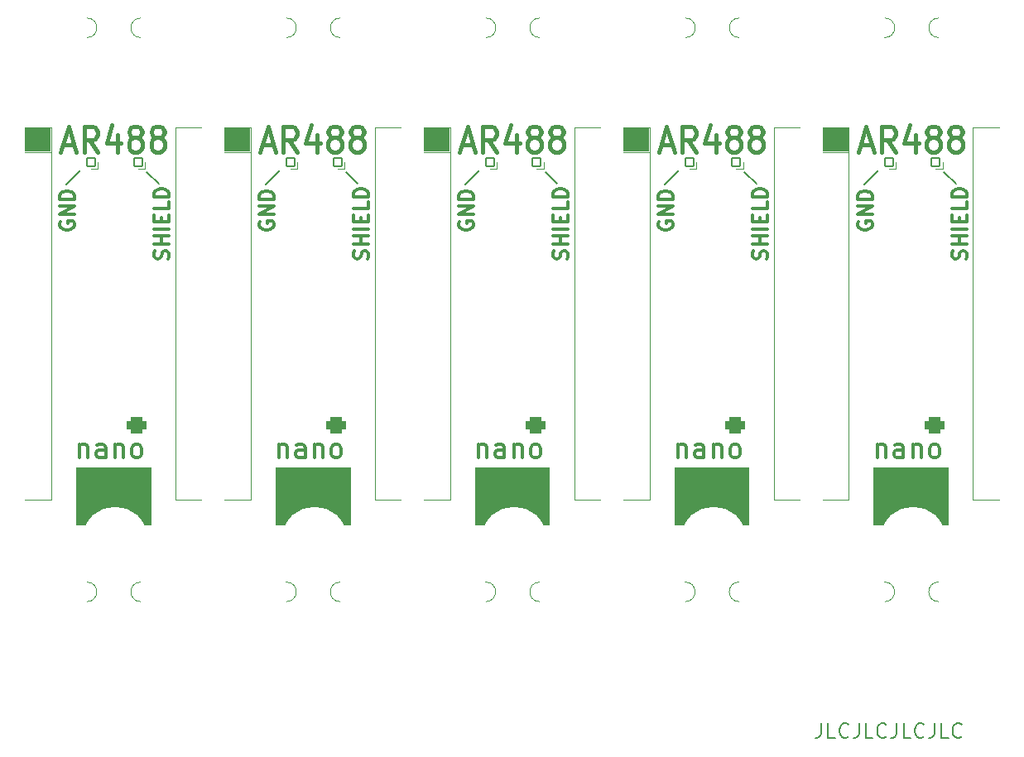
<source format=gto>
G04 #@! TF.GenerationSoftware,KiCad,Pcbnew,6.0.1-79c1e3a40b~116~ubuntu20.04.1*
G04 #@! TF.CreationDate,2022-01-18T16:31:28+01:00*
G04 #@! TF.ProjectId,5xNano_GPIB,35784e61-6e6f-45f4-9750-49422e6b6963,rev?*
G04 #@! TF.SameCoordinates,Original*
G04 #@! TF.FileFunction,Legend,Top*
G04 #@! TF.FilePolarity,Positive*
%FSLAX46Y46*%
G04 Gerber Fmt 4.6, Leading zero omitted, Abs format (unit mm)*
G04 Created by KiCad (PCBNEW 6.0.1-79c1e3a40b~116~ubuntu20.04.1) date 2022-01-18 16:31:28*
%MOMM*%
%LPD*%
G01*
G04 APERTURE LIST*
G04 Aperture macros list*
%AMRoundRect*
0 Rectangle with rounded corners*
0 $1 Rounding radius*
0 $2 $3 $4 $5 $6 $7 $8 $9 X,Y pos of 4 corners*
0 Add a 4 corners polygon primitive as box body*
4,1,4,$2,$3,$4,$5,$6,$7,$8,$9,$2,$3,0*
0 Add four circle primitives for the rounded corners*
1,1,$1+$1,$2,$3*
1,1,$1+$1,$4,$5*
1,1,$1+$1,$6,$7*
1,1,$1+$1,$8,$9*
0 Add four rect primitives between the rounded corners*
20,1,$1+$1,$2,$3,$4,$5,0*
20,1,$1+$1,$4,$5,$6,$7,0*
20,1,$1+$1,$6,$7,$8,$9,0*
20,1,$1+$1,$8,$9,$2,$3,0*%
G04 Aperture macros list end*
%ADD10C,0.150000*%
%ADD11C,0.200000*%
%ADD12C,0.300000*%
%ADD13C,0.400000*%
%ADD14C,0.120000*%
%ADD15C,0.100000*%
%ADD16C,0.602000*%
%ADD17RoundRect,0.051000X0.425000X0.425000X-0.425000X0.425000X-0.425000X-0.425000X0.425000X-0.425000X0*%
%ADD18RoundRect,0.451000X0.600000X-0.400000X0.600000X0.400000X-0.600000X0.400000X-0.600000X-0.400000X0*%
%ADD19O,2.102000X1.702000*%
%ADD20C,6.502000*%
%ADD21C,0.902000*%
G04 APERTURE END LIST*
D10*
X137505439Y-88149447D02*
X138925439Y-86729447D01*
D11*
X98125439Y-86729447D02*
X96705439Y-88149447D01*
X77725439Y-86729447D02*
X76305439Y-88149447D01*
D10*
X96705439Y-88149447D02*
X98125439Y-86729447D01*
X117105439Y-88149447D02*
X118525439Y-86729447D01*
D11*
X125265439Y-86849447D02*
X126525439Y-88059447D01*
D10*
X76305439Y-88149447D02*
X77725439Y-86729447D01*
D11*
X159325439Y-86729447D02*
X157905439Y-88149447D01*
X104865439Y-86849447D02*
X106125439Y-88059447D01*
X138925439Y-86729447D02*
X137505439Y-88149447D01*
X166065439Y-86849447D02*
X167325439Y-88059447D01*
D10*
X157905439Y-88149447D02*
X159325439Y-86729447D01*
D11*
X84465439Y-86849447D02*
X85725439Y-88059447D01*
X145665439Y-86849447D02*
X146925439Y-88059447D01*
X118525439Y-86729447D02*
X117105439Y-88149447D01*
D12*
X77644142Y-114758428D02*
X77644142Y-116091761D01*
X77644142Y-114948904D02*
X77739380Y-114853666D01*
X77929857Y-114758428D01*
X78215571Y-114758428D01*
X78406047Y-114853666D01*
X78501285Y-115044142D01*
X78501285Y-116091761D01*
X80310809Y-116091761D02*
X80310809Y-115044142D01*
X80215571Y-114853666D01*
X80025095Y-114758428D01*
X79644142Y-114758428D01*
X79453666Y-114853666D01*
X80310809Y-115996523D02*
X80120333Y-116091761D01*
X79644142Y-116091761D01*
X79453666Y-115996523D01*
X79358428Y-115806047D01*
X79358428Y-115615571D01*
X79453666Y-115425095D01*
X79644142Y-115329857D01*
X80120333Y-115329857D01*
X80310809Y-115234619D01*
X81263190Y-114758428D02*
X81263190Y-116091761D01*
X81263190Y-114948904D02*
X81358428Y-114853666D01*
X81548904Y-114758428D01*
X81834619Y-114758428D01*
X82025095Y-114853666D01*
X82120333Y-115044142D01*
X82120333Y-116091761D01*
X83358428Y-116091761D02*
X83167952Y-115996523D01*
X83072714Y-115901285D01*
X82977476Y-115710809D01*
X82977476Y-115139380D01*
X83072714Y-114948904D01*
X83167952Y-114853666D01*
X83358428Y-114758428D01*
X83644142Y-114758428D01*
X83834619Y-114853666D01*
X83929857Y-114948904D01*
X84025095Y-115139380D01*
X84025095Y-115710809D01*
X83929857Y-115901285D01*
X83834619Y-115996523D01*
X83644142Y-116091761D01*
X83358428Y-116091761D01*
X159244142Y-114758428D02*
X159244142Y-116091761D01*
X159244142Y-114948904D02*
X159339380Y-114853666D01*
X159529857Y-114758428D01*
X159815571Y-114758428D01*
X160006047Y-114853666D01*
X160101285Y-115044142D01*
X160101285Y-116091761D01*
X161910809Y-116091761D02*
X161910809Y-115044142D01*
X161815571Y-114853666D01*
X161625095Y-114758428D01*
X161244142Y-114758428D01*
X161053666Y-114853666D01*
X161910809Y-115996523D02*
X161720333Y-116091761D01*
X161244142Y-116091761D01*
X161053666Y-115996523D01*
X160958428Y-115806047D01*
X160958428Y-115615571D01*
X161053666Y-115425095D01*
X161244142Y-115329857D01*
X161720333Y-115329857D01*
X161910809Y-115234619D01*
X162863190Y-114758428D02*
X162863190Y-116091761D01*
X162863190Y-114948904D02*
X162958428Y-114853666D01*
X163148904Y-114758428D01*
X163434619Y-114758428D01*
X163625095Y-114853666D01*
X163720333Y-115044142D01*
X163720333Y-116091761D01*
X164958428Y-116091761D02*
X164767952Y-115996523D01*
X164672714Y-115901285D01*
X164577476Y-115710809D01*
X164577476Y-115139380D01*
X164672714Y-114948904D01*
X164767952Y-114853666D01*
X164958428Y-114758428D01*
X165244142Y-114758428D01*
X165434619Y-114853666D01*
X165529857Y-114948904D01*
X165625095Y-115139380D01*
X165625095Y-115710809D01*
X165529857Y-115901285D01*
X165434619Y-115996523D01*
X165244142Y-116091761D01*
X164958428Y-116091761D01*
X157295439Y-91942304D02*
X157224010Y-92085161D01*
X157224010Y-92299447D01*
X157295439Y-92513732D01*
X157438296Y-92656589D01*
X157581153Y-92728018D01*
X157866867Y-92799447D01*
X158081153Y-92799447D01*
X158366867Y-92728018D01*
X158509724Y-92656589D01*
X158652581Y-92513732D01*
X158724010Y-92299447D01*
X158724010Y-92156589D01*
X158652581Y-91942304D01*
X158581153Y-91870875D01*
X158081153Y-91870875D01*
X158081153Y-92156589D01*
X158724010Y-91228018D02*
X157224010Y-91228018D01*
X158724010Y-90370875D01*
X157224010Y-90370875D01*
X158724010Y-89656589D02*
X157224010Y-89656589D01*
X157224010Y-89299447D01*
X157295439Y-89085161D01*
X157438296Y-88942304D01*
X157581153Y-88870875D01*
X157866867Y-88799447D01*
X158081153Y-88799447D01*
X158366867Y-88870875D01*
X158509724Y-88942304D01*
X158652581Y-89085161D01*
X158724010Y-89299447D01*
X158724010Y-89656589D01*
D11*
X153501428Y-143288571D02*
X153501428Y-144360000D01*
X153430000Y-144574285D01*
X153287142Y-144717142D01*
X153072857Y-144788571D01*
X152930000Y-144788571D01*
X154930000Y-144788571D02*
X154215714Y-144788571D01*
X154215714Y-143288571D01*
X156287142Y-144645714D02*
X156215714Y-144717142D01*
X156001428Y-144788571D01*
X155858571Y-144788571D01*
X155644285Y-144717142D01*
X155501428Y-144574285D01*
X155430000Y-144431428D01*
X155358571Y-144145714D01*
X155358571Y-143931428D01*
X155430000Y-143645714D01*
X155501428Y-143502857D01*
X155644285Y-143360000D01*
X155858571Y-143288571D01*
X156001428Y-143288571D01*
X156215714Y-143360000D01*
X156287142Y-143431428D01*
X157358571Y-143288571D02*
X157358571Y-144360000D01*
X157287142Y-144574285D01*
X157144285Y-144717142D01*
X156930000Y-144788571D01*
X156787142Y-144788571D01*
X158787142Y-144788571D02*
X158072857Y-144788571D01*
X158072857Y-143288571D01*
X160144285Y-144645714D02*
X160072857Y-144717142D01*
X159858571Y-144788571D01*
X159715714Y-144788571D01*
X159501428Y-144717142D01*
X159358571Y-144574285D01*
X159287142Y-144431428D01*
X159215714Y-144145714D01*
X159215714Y-143931428D01*
X159287142Y-143645714D01*
X159358571Y-143502857D01*
X159501428Y-143360000D01*
X159715714Y-143288571D01*
X159858571Y-143288571D01*
X160072857Y-143360000D01*
X160144285Y-143431428D01*
X161215714Y-143288571D02*
X161215714Y-144360000D01*
X161144285Y-144574285D01*
X161001428Y-144717142D01*
X160787142Y-144788571D01*
X160644285Y-144788571D01*
X162644285Y-144788571D02*
X161930000Y-144788571D01*
X161930000Y-143288571D01*
X164001428Y-144645714D02*
X163930000Y-144717142D01*
X163715714Y-144788571D01*
X163572857Y-144788571D01*
X163358571Y-144717142D01*
X163215714Y-144574285D01*
X163144285Y-144431428D01*
X163072857Y-144145714D01*
X163072857Y-143931428D01*
X163144285Y-143645714D01*
X163215714Y-143502857D01*
X163358571Y-143360000D01*
X163572857Y-143288571D01*
X163715714Y-143288571D01*
X163930000Y-143360000D01*
X164001428Y-143431428D01*
X165072857Y-143288571D02*
X165072857Y-144360000D01*
X165001428Y-144574285D01*
X164858571Y-144717142D01*
X164644285Y-144788571D01*
X164501428Y-144788571D01*
X166501428Y-144788571D02*
X165787142Y-144788571D01*
X165787142Y-143288571D01*
X167858571Y-144645714D02*
X167787142Y-144717142D01*
X167572857Y-144788571D01*
X167430000Y-144788571D01*
X167215714Y-144717142D01*
X167072857Y-144574285D01*
X167001428Y-144431428D01*
X166930000Y-144145714D01*
X166930000Y-143931428D01*
X167001428Y-143645714D01*
X167072857Y-143502857D01*
X167215714Y-143360000D01*
X167430000Y-143288571D01*
X167572857Y-143288571D01*
X167787142Y-143360000D01*
X167858571Y-143431428D01*
D13*
X96335439Y-84072780D02*
X97478296Y-84072780D01*
X96106867Y-84815637D02*
X96906867Y-82215637D01*
X97706867Y-84815637D01*
X99878296Y-84815637D02*
X99078296Y-83577542D01*
X98506867Y-84815637D02*
X98506867Y-82215637D01*
X99421153Y-82215637D01*
X99649724Y-82339447D01*
X99764010Y-82463256D01*
X99878296Y-82710875D01*
X99878296Y-83082304D01*
X99764010Y-83329923D01*
X99649724Y-83453732D01*
X99421153Y-83577542D01*
X98506867Y-83577542D01*
X101935439Y-83082304D02*
X101935439Y-84815637D01*
X101364010Y-82091827D02*
X100792581Y-83948970D01*
X102278296Y-83948970D01*
X103535439Y-83329923D02*
X103306867Y-83206113D01*
X103192581Y-83082304D01*
X103078296Y-82834685D01*
X103078296Y-82710875D01*
X103192581Y-82463256D01*
X103306867Y-82339447D01*
X103535439Y-82215637D01*
X103992581Y-82215637D01*
X104221153Y-82339447D01*
X104335439Y-82463256D01*
X104449724Y-82710875D01*
X104449724Y-82834685D01*
X104335439Y-83082304D01*
X104221153Y-83206113D01*
X103992581Y-83329923D01*
X103535439Y-83329923D01*
X103306867Y-83453732D01*
X103192581Y-83577542D01*
X103078296Y-83825161D01*
X103078296Y-84320399D01*
X103192581Y-84568018D01*
X103306867Y-84691827D01*
X103535439Y-84815637D01*
X103992581Y-84815637D01*
X104221153Y-84691827D01*
X104335439Y-84568018D01*
X104449724Y-84320399D01*
X104449724Y-83825161D01*
X104335439Y-83577542D01*
X104221153Y-83453732D01*
X103992581Y-83329923D01*
X105821153Y-83329923D02*
X105592581Y-83206113D01*
X105478296Y-83082304D01*
X105364010Y-82834685D01*
X105364010Y-82710875D01*
X105478296Y-82463256D01*
X105592581Y-82339447D01*
X105821153Y-82215637D01*
X106278296Y-82215637D01*
X106506867Y-82339447D01*
X106621153Y-82463256D01*
X106735439Y-82710875D01*
X106735439Y-82834685D01*
X106621153Y-83082304D01*
X106506867Y-83206113D01*
X106278296Y-83329923D01*
X105821153Y-83329923D01*
X105592581Y-83453732D01*
X105478296Y-83577542D01*
X105364010Y-83825161D01*
X105364010Y-84320399D01*
X105478296Y-84568018D01*
X105592581Y-84691827D01*
X105821153Y-84815637D01*
X106278296Y-84815637D01*
X106506867Y-84691827D01*
X106621153Y-84568018D01*
X106735439Y-84320399D01*
X106735439Y-83825161D01*
X106621153Y-83577542D01*
X106506867Y-83453732D01*
X106278296Y-83329923D01*
D12*
X96095439Y-91942304D02*
X96024010Y-92085161D01*
X96024010Y-92299447D01*
X96095439Y-92513732D01*
X96238296Y-92656589D01*
X96381153Y-92728018D01*
X96666867Y-92799447D01*
X96881153Y-92799447D01*
X97166867Y-92728018D01*
X97309724Y-92656589D01*
X97452581Y-92513732D01*
X97524010Y-92299447D01*
X97524010Y-92156589D01*
X97452581Y-91942304D01*
X97381153Y-91870875D01*
X96881153Y-91870875D01*
X96881153Y-92156589D01*
X97524010Y-91228018D02*
X96024010Y-91228018D01*
X97524010Y-90370875D01*
X96024010Y-90370875D01*
X97524010Y-89656589D02*
X96024010Y-89656589D01*
X96024010Y-89299447D01*
X96095439Y-89085161D01*
X96238296Y-88942304D01*
X96381153Y-88870875D01*
X96666867Y-88799447D01*
X96881153Y-88799447D01*
X97166867Y-88870875D01*
X97309724Y-88942304D01*
X97452581Y-89085161D01*
X97524010Y-89299447D01*
X97524010Y-89656589D01*
X168312581Y-95776589D02*
X168384010Y-95562304D01*
X168384010Y-95205161D01*
X168312581Y-95062304D01*
X168241153Y-94990875D01*
X168098296Y-94919447D01*
X167955439Y-94919447D01*
X167812581Y-94990875D01*
X167741153Y-95062304D01*
X167669724Y-95205161D01*
X167598296Y-95490875D01*
X167526867Y-95633732D01*
X167455439Y-95705161D01*
X167312581Y-95776589D01*
X167169724Y-95776589D01*
X167026867Y-95705161D01*
X166955439Y-95633732D01*
X166884010Y-95490875D01*
X166884010Y-95133732D01*
X166955439Y-94919447D01*
X168384010Y-94276589D02*
X166884010Y-94276589D01*
X167598296Y-94276589D02*
X167598296Y-93419447D01*
X168384010Y-93419447D02*
X166884010Y-93419447D01*
X168384010Y-92705161D02*
X166884010Y-92705161D01*
X167598296Y-91990875D02*
X167598296Y-91490875D01*
X168384010Y-91276589D02*
X168384010Y-91990875D01*
X166884010Y-91990875D01*
X166884010Y-91276589D01*
X168384010Y-89919447D02*
X168384010Y-90633732D01*
X166884010Y-90633732D01*
X168384010Y-89419447D02*
X166884010Y-89419447D01*
X166884010Y-89062304D01*
X166955439Y-88848018D01*
X167098296Y-88705161D01*
X167241153Y-88633732D01*
X167526867Y-88562304D01*
X167741153Y-88562304D01*
X168026867Y-88633732D01*
X168169724Y-88705161D01*
X168312581Y-88848018D01*
X168384010Y-89062304D01*
X168384010Y-89419447D01*
D13*
X137135439Y-84072780D02*
X138278296Y-84072780D01*
X136906867Y-84815637D02*
X137706867Y-82215637D01*
X138506867Y-84815637D01*
X140678296Y-84815637D02*
X139878296Y-83577542D01*
X139306867Y-84815637D02*
X139306867Y-82215637D01*
X140221153Y-82215637D01*
X140449724Y-82339447D01*
X140564010Y-82463256D01*
X140678296Y-82710875D01*
X140678296Y-83082304D01*
X140564010Y-83329923D01*
X140449724Y-83453732D01*
X140221153Y-83577542D01*
X139306867Y-83577542D01*
X142735439Y-83082304D02*
X142735439Y-84815637D01*
X142164010Y-82091827D02*
X141592581Y-83948970D01*
X143078296Y-83948970D01*
X144335439Y-83329923D02*
X144106867Y-83206113D01*
X143992581Y-83082304D01*
X143878296Y-82834685D01*
X143878296Y-82710875D01*
X143992581Y-82463256D01*
X144106867Y-82339447D01*
X144335439Y-82215637D01*
X144792581Y-82215637D01*
X145021153Y-82339447D01*
X145135439Y-82463256D01*
X145249724Y-82710875D01*
X145249724Y-82834685D01*
X145135439Y-83082304D01*
X145021153Y-83206113D01*
X144792581Y-83329923D01*
X144335439Y-83329923D01*
X144106867Y-83453732D01*
X143992581Y-83577542D01*
X143878296Y-83825161D01*
X143878296Y-84320399D01*
X143992581Y-84568018D01*
X144106867Y-84691827D01*
X144335439Y-84815637D01*
X144792581Y-84815637D01*
X145021153Y-84691827D01*
X145135439Y-84568018D01*
X145249724Y-84320399D01*
X145249724Y-83825161D01*
X145135439Y-83577542D01*
X145021153Y-83453732D01*
X144792581Y-83329923D01*
X146621153Y-83329923D02*
X146392581Y-83206113D01*
X146278296Y-83082304D01*
X146164010Y-82834685D01*
X146164010Y-82710875D01*
X146278296Y-82463256D01*
X146392581Y-82339447D01*
X146621153Y-82215637D01*
X147078296Y-82215637D01*
X147306867Y-82339447D01*
X147421153Y-82463256D01*
X147535439Y-82710875D01*
X147535439Y-82834685D01*
X147421153Y-83082304D01*
X147306867Y-83206113D01*
X147078296Y-83329923D01*
X146621153Y-83329923D01*
X146392581Y-83453732D01*
X146278296Y-83577542D01*
X146164010Y-83825161D01*
X146164010Y-84320399D01*
X146278296Y-84568018D01*
X146392581Y-84691827D01*
X146621153Y-84815637D01*
X147078296Y-84815637D01*
X147306867Y-84691827D01*
X147421153Y-84568018D01*
X147535439Y-84320399D01*
X147535439Y-83825161D01*
X147421153Y-83577542D01*
X147306867Y-83453732D01*
X147078296Y-83329923D01*
D12*
X147912581Y-95776589D02*
X147984010Y-95562304D01*
X147984010Y-95205161D01*
X147912581Y-95062304D01*
X147841153Y-94990875D01*
X147698296Y-94919447D01*
X147555439Y-94919447D01*
X147412581Y-94990875D01*
X147341153Y-95062304D01*
X147269724Y-95205161D01*
X147198296Y-95490875D01*
X147126867Y-95633732D01*
X147055439Y-95705161D01*
X146912581Y-95776589D01*
X146769724Y-95776589D01*
X146626867Y-95705161D01*
X146555439Y-95633732D01*
X146484010Y-95490875D01*
X146484010Y-95133732D01*
X146555439Y-94919447D01*
X147984010Y-94276589D02*
X146484010Y-94276589D01*
X147198296Y-94276589D02*
X147198296Y-93419447D01*
X147984010Y-93419447D02*
X146484010Y-93419447D01*
X147984010Y-92705161D02*
X146484010Y-92705161D01*
X147198296Y-91990875D02*
X147198296Y-91490875D01*
X147984010Y-91276589D02*
X147984010Y-91990875D01*
X146484010Y-91990875D01*
X146484010Y-91276589D01*
X147984010Y-89919447D02*
X147984010Y-90633732D01*
X146484010Y-90633732D01*
X147984010Y-89419447D02*
X146484010Y-89419447D01*
X146484010Y-89062304D01*
X146555439Y-88848018D01*
X146698296Y-88705161D01*
X146841153Y-88633732D01*
X147126867Y-88562304D01*
X147341153Y-88562304D01*
X147626867Y-88633732D01*
X147769724Y-88705161D01*
X147912581Y-88848018D01*
X147984010Y-89062304D01*
X147984010Y-89419447D01*
D13*
X116735439Y-84072780D02*
X117878296Y-84072780D01*
X116506867Y-84815637D02*
X117306867Y-82215637D01*
X118106867Y-84815637D01*
X120278296Y-84815637D02*
X119478296Y-83577542D01*
X118906867Y-84815637D02*
X118906867Y-82215637D01*
X119821153Y-82215637D01*
X120049724Y-82339447D01*
X120164010Y-82463256D01*
X120278296Y-82710875D01*
X120278296Y-83082304D01*
X120164010Y-83329923D01*
X120049724Y-83453732D01*
X119821153Y-83577542D01*
X118906867Y-83577542D01*
X122335439Y-83082304D02*
X122335439Y-84815637D01*
X121764010Y-82091827D02*
X121192581Y-83948970D01*
X122678296Y-83948970D01*
X123935439Y-83329923D02*
X123706867Y-83206113D01*
X123592581Y-83082304D01*
X123478296Y-82834685D01*
X123478296Y-82710875D01*
X123592581Y-82463256D01*
X123706867Y-82339447D01*
X123935439Y-82215637D01*
X124392581Y-82215637D01*
X124621153Y-82339447D01*
X124735439Y-82463256D01*
X124849724Y-82710875D01*
X124849724Y-82834685D01*
X124735439Y-83082304D01*
X124621153Y-83206113D01*
X124392581Y-83329923D01*
X123935439Y-83329923D01*
X123706867Y-83453732D01*
X123592581Y-83577542D01*
X123478296Y-83825161D01*
X123478296Y-84320399D01*
X123592581Y-84568018D01*
X123706867Y-84691827D01*
X123935439Y-84815637D01*
X124392581Y-84815637D01*
X124621153Y-84691827D01*
X124735439Y-84568018D01*
X124849724Y-84320399D01*
X124849724Y-83825161D01*
X124735439Y-83577542D01*
X124621153Y-83453732D01*
X124392581Y-83329923D01*
X126221153Y-83329923D02*
X125992581Y-83206113D01*
X125878296Y-83082304D01*
X125764010Y-82834685D01*
X125764010Y-82710875D01*
X125878296Y-82463256D01*
X125992581Y-82339447D01*
X126221153Y-82215637D01*
X126678296Y-82215637D01*
X126906867Y-82339447D01*
X127021153Y-82463256D01*
X127135439Y-82710875D01*
X127135439Y-82834685D01*
X127021153Y-83082304D01*
X126906867Y-83206113D01*
X126678296Y-83329923D01*
X126221153Y-83329923D01*
X125992581Y-83453732D01*
X125878296Y-83577542D01*
X125764010Y-83825161D01*
X125764010Y-84320399D01*
X125878296Y-84568018D01*
X125992581Y-84691827D01*
X126221153Y-84815637D01*
X126678296Y-84815637D01*
X126906867Y-84691827D01*
X127021153Y-84568018D01*
X127135439Y-84320399D01*
X127135439Y-83825161D01*
X127021153Y-83577542D01*
X126906867Y-83453732D01*
X126678296Y-83329923D01*
D12*
X116495439Y-91942304D02*
X116424010Y-92085161D01*
X116424010Y-92299447D01*
X116495439Y-92513732D01*
X116638296Y-92656589D01*
X116781153Y-92728018D01*
X117066867Y-92799447D01*
X117281153Y-92799447D01*
X117566867Y-92728018D01*
X117709724Y-92656589D01*
X117852581Y-92513732D01*
X117924010Y-92299447D01*
X117924010Y-92156589D01*
X117852581Y-91942304D01*
X117781153Y-91870875D01*
X117281153Y-91870875D01*
X117281153Y-92156589D01*
X117924010Y-91228018D02*
X116424010Y-91228018D01*
X117924010Y-90370875D01*
X116424010Y-90370875D01*
X117924010Y-89656589D02*
X116424010Y-89656589D01*
X116424010Y-89299447D01*
X116495439Y-89085161D01*
X116638296Y-88942304D01*
X116781153Y-88870875D01*
X117066867Y-88799447D01*
X117281153Y-88799447D01*
X117566867Y-88870875D01*
X117709724Y-88942304D01*
X117852581Y-89085161D01*
X117924010Y-89299447D01*
X117924010Y-89656589D01*
X138844142Y-114758428D02*
X138844142Y-116091761D01*
X138844142Y-114948904D02*
X138939380Y-114853666D01*
X139129857Y-114758428D01*
X139415571Y-114758428D01*
X139606047Y-114853666D01*
X139701285Y-115044142D01*
X139701285Y-116091761D01*
X141510809Y-116091761D02*
X141510809Y-115044142D01*
X141415571Y-114853666D01*
X141225095Y-114758428D01*
X140844142Y-114758428D01*
X140653666Y-114853666D01*
X141510809Y-115996523D02*
X141320333Y-116091761D01*
X140844142Y-116091761D01*
X140653666Y-115996523D01*
X140558428Y-115806047D01*
X140558428Y-115615571D01*
X140653666Y-115425095D01*
X140844142Y-115329857D01*
X141320333Y-115329857D01*
X141510809Y-115234619D01*
X142463190Y-114758428D02*
X142463190Y-116091761D01*
X142463190Y-114948904D02*
X142558428Y-114853666D01*
X142748904Y-114758428D01*
X143034619Y-114758428D01*
X143225095Y-114853666D01*
X143320333Y-115044142D01*
X143320333Y-116091761D01*
X144558428Y-116091761D02*
X144367952Y-115996523D01*
X144272714Y-115901285D01*
X144177476Y-115710809D01*
X144177476Y-115139380D01*
X144272714Y-114948904D01*
X144367952Y-114853666D01*
X144558428Y-114758428D01*
X144844142Y-114758428D01*
X145034619Y-114853666D01*
X145129857Y-114948904D01*
X145225095Y-115139380D01*
X145225095Y-115710809D01*
X145129857Y-115901285D01*
X145034619Y-115996523D01*
X144844142Y-116091761D01*
X144558428Y-116091761D01*
X107112581Y-95776589D02*
X107184010Y-95562304D01*
X107184010Y-95205161D01*
X107112581Y-95062304D01*
X107041153Y-94990875D01*
X106898296Y-94919447D01*
X106755439Y-94919447D01*
X106612581Y-94990875D01*
X106541153Y-95062304D01*
X106469724Y-95205161D01*
X106398296Y-95490875D01*
X106326867Y-95633732D01*
X106255439Y-95705161D01*
X106112581Y-95776589D01*
X105969724Y-95776589D01*
X105826867Y-95705161D01*
X105755439Y-95633732D01*
X105684010Y-95490875D01*
X105684010Y-95133732D01*
X105755439Y-94919447D01*
X107184010Y-94276589D02*
X105684010Y-94276589D01*
X106398296Y-94276589D02*
X106398296Y-93419447D01*
X107184010Y-93419447D02*
X105684010Y-93419447D01*
X107184010Y-92705161D02*
X105684010Y-92705161D01*
X106398296Y-91990875D02*
X106398296Y-91490875D01*
X107184010Y-91276589D02*
X107184010Y-91990875D01*
X105684010Y-91990875D01*
X105684010Y-91276589D01*
X107184010Y-89919447D02*
X107184010Y-90633732D01*
X105684010Y-90633732D01*
X107184010Y-89419447D02*
X105684010Y-89419447D01*
X105684010Y-89062304D01*
X105755439Y-88848018D01*
X105898296Y-88705161D01*
X106041153Y-88633732D01*
X106326867Y-88562304D01*
X106541153Y-88562304D01*
X106826867Y-88633732D01*
X106969724Y-88705161D01*
X107112581Y-88848018D01*
X107184010Y-89062304D01*
X107184010Y-89419447D01*
X136895439Y-91942304D02*
X136824010Y-92085161D01*
X136824010Y-92299447D01*
X136895439Y-92513732D01*
X137038296Y-92656589D01*
X137181153Y-92728018D01*
X137466867Y-92799447D01*
X137681153Y-92799447D01*
X137966867Y-92728018D01*
X138109724Y-92656589D01*
X138252581Y-92513732D01*
X138324010Y-92299447D01*
X138324010Y-92156589D01*
X138252581Y-91942304D01*
X138181153Y-91870875D01*
X137681153Y-91870875D01*
X137681153Y-92156589D01*
X138324010Y-91228018D02*
X136824010Y-91228018D01*
X138324010Y-90370875D01*
X136824010Y-90370875D01*
X138324010Y-89656589D02*
X136824010Y-89656589D01*
X136824010Y-89299447D01*
X136895439Y-89085161D01*
X137038296Y-88942304D01*
X137181153Y-88870875D01*
X137466867Y-88799447D01*
X137681153Y-88799447D01*
X137966867Y-88870875D01*
X138109724Y-88942304D01*
X138252581Y-89085161D01*
X138324010Y-89299447D01*
X138324010Y-89656589D01*
D13*
X75935439Y-84072780D02*
X77078296Y-84072780D01*
X75706867Y-84815637D02*
X76506867Y-82215637D01*
X77306867Y-84815637D01*
X79478296Y-84815637D02*
X78678296Y-83577542D01*
X78106867Y-84815637D02*
X78106867Y-82215637D01*
X79021153Y-82215637D01*
X79249724Y-82339447D01*
X79364010Y-82463256D01*
X79478296Y-82710875D01*
X79478296Y-83082304D01*
X79364010Y-83329923D01*
X79249724Y-83453732D01*
X79021153Y-83577542D01*
X78106867Y-83577542D01*
X81535439Y-83082304D02*
X81535439Y-84815637D01*
X80964010Y-82091827D02*
X80392581Y-83948970D01*
X81878296Y-83948970D01*
X83135439Y-83329923D02*
X82906867Y-83206113D01*
X82792581Y-83082304D01*
X82678296Y-82834685D01*
X82678296Y-82710875D01*
X82792581Y-82463256D01*
X82906867Y-82339447D01*
X83135439Y-82215637D01*
X83592581Y-82215637D01*
X83821153Y-82339447D01*
X83935439Y-82463256D01*
X84049724Y-82710875D01*
X84049724Y-82834685D01*
X83935439Y-83082304D01*
X83821153Y-83206113D01*
X83592581Y-83329923D01*
X83135439Y-83329923D01*
X82906867Y-83453732D01*
X82792581Y-83577542D01*
X82678296Y-83825161D01*
X82678296Y-84320399D01*
X82792581Y-84568018D01*
X82906867Y-84691827D01*
X83135439Y-84815637D01*
X83592581Y-84815637D01*
X83821153Y-84691827D01*
X83935439Y-84568018D01*
X84049724Y-84320399D01*
X84049724Y-83825161D01*
X83935439Y-83577542D01*
X83821153Y-83453732D01*
X83592581Y-83329923D01*
X85421153Y-83329923D02*
X85192581Y-83206113D01*
X85078296Y-83082304D01*
X84964010Y-82834685D01*
X84964010Y-82710875D01*
X85078296Y-82463256D01*
X85192581Y-82339447D01*
X85421153Y-82215637D01*
X85878296Y-82215637D01*
X86106867Y-82339447D01*
X86221153Y-82463256D01*
X86335439Y-82710875D01*
X86335439Y-82834685D01*
X86221153Y-83082304D01*
X86106867Y-83206113D01*
X85878296Y-83329923D01*
X85421153Y-83329923D01*
X85192581Y-83453732D01*
X85078296Y-83577542D01*
X84964010Y-83825161D01*
X84964010Y-84320399D01*
X85078296Y-84568018D01*
X85192581Y-84691827D01*
X85421153Y-84815637D01*
X85878296Y-84815637D01*
X86106867Y-84691827D01*
X86221153Y-84568018D01*
X86335439Y-84320399D01*
X86335439Y-83825161D01*
X86221153Y-83577542D01*
X86106867Y-83453732D01*
X85878296Y-83329923D01*
D12*
X86712581Y-95776589D02*
X86784010Y-95562304D01*
X86784010Y-95205161D01*
X86712581Y-95062304D01*
X86641153Y-94990875D01*
X86498296Y-94919447D01*
X86355439Y-94919447D01*
X86212581Y-94990875D01*
X86141153Y-95062304D01*
X86069724Y-95205161D01*
X85998296Y-95490875D01*
X85926867Y-95633732D01*
X85855439Y-95705161D01*
X85712581Y-95776589D01*
X85569724Y-95776589D01*
X85426867Y-95705161D01*
X85355439Y-95633732D01*
X85284010Y-95490875D01*
X85284010Y-95133732D01*
X85355439Y-94919447D01*
X86784010Y-94276589D02*
X85284010Y-94276589D01*
X85998296Y-94276589D02*
X85998296Y-93419447D01*
X86784010Y-93419447D02*
X85284010Y-93419447D01*
X86784010Y-92705161D02*
X85284010Y-92705161D01*
X85998296Y-91990875D02*
X85998296Y-91490875D01*
X86784010Y-91276589D02*
X86784010Y-91990875D01*
X85284010Y-91990875D01*
X85284010Y-91276589D01*
X86784010Y-89919447D02*
X86784010Y-90633732D01*
X85284010Y-90633732D01*
X86784010Y-89419447D02*
X85284010Y-89419447D01*
X85284010Y-89062304D01*
X85355439Y-88848018D01*
X85498296Y-88705161D01*
X85641153Y-88633732D01*
X85926867Y-88562304D01*
X86141153Y-88562304D01*
X86426867Y-88633732D01*
X86569724Y-88705161D01*
X86712581Y-88848018D01*
X86784010Y-89062304D01*
X86784010Y-89419447D01*
X98044142Y-114758428D02*
X98044142Y-116091761D01*
X98044142Y-114948904D02*
X98139380Y-114853666D01*
X98329857Y-114758428D01*
X98615571Y-114758428D01*
X98806047Y-114853666D01*
X98901285Y-115044142D01*
X98901285Y-116091761D01*
X100710809Y-116091761D02*
X100710809Y-115044142D01*
X100615571Y-114853666D01*
X100425095Y-114758428D01*
X100044142Y-114758428D01*
X99853666Y-114853666D01*
X100710809Y-115996523D02*
X100520333Y-116091761D01*
X100044142Y-116091761D01*
X99853666Y-115996523D01*
X99758428Y-115806047D01*
X99758428Y-115615571D01*
X99853666Y-115425095D01*
X100044142Y-115329857D01*
X100520333Y-115329857D01*
X100710809Y-115234619D01*
X101663190Y-114758428D02*
X101663190Y-116091761D01*
X101663190Y-114948904D02*
X101758428Y-114853666D01*
X101948904Y-114758428D01*
X102234619Y-114758428D01*
X102425095Y-114853666D01*
X102520333Y-115044142D01*
X102520333Y-116091761D01*
X103758428Y-116091761D02*
X103567952Y-115996523D01*
X103472714Y-115901285D01*
X103377476Y-115710809D01*
X103377476Y-115139380D01*
X103472714Y-114948904D01*
X103567952Y-114853666D01*
X103758428Y-114758428D01*
X104044142Y-114758428D01*
X104234619Y-114853666D01*
X104329857Y-114948904D01*
X104425095Y-115139380D01*
X104425095Y-115710809D01*
X104329857Y-115901285D01*
X104234619Y-115996523D01*
X104044142Y-116091761D01*
X103758428Y-116091761D01*
X127512581Y-95776589D02*
X127584010Y-95562304D01*
X127584010Y-95205161D01*
X127512581Y-95062304D01*
X127441153Y-94990875D01*
X127298296Y-94919447D01*
X127155439Y-94919447D01*
X127012581Y-94990875D01*
X126941153Y-95062304D01*
X126869724Y-95205161D01*
X126798296Y-95490875D01*
X126726867Y-95633732D01*
X126655439Y-95705161D01*
X126512581Y-95776589D01*
X126369724Y-95776589D01*
X126226867Y-95705161D01*
X126155439Y-95633732D01*
X126084010Y-95490875D01*
X126084010Y-95133732D01*
X126155439Y-94919447D01*
X127584010Y-94276589D02*
X126084010Y-94276589D01*
X126798296Y-94276589D02*
X126798296Y-93419447D01*
X127584010Y-93419447D02*
X126084010Y-93419447D01*
X127584010Y-92705161D02*
X126084010Y-92705161D01*
X126798296Y-91990875D02*
X126798296Y-91490875D01*
X127584010Y-91276589D02*
X127584010Y-91990875D01*
X126084010Y-91990875D01*
X126084010Y-91276589D01*
X127584010Y-89919447D02*
X127584010Y-90633732D01*
X126084010Y-90633732D01*
X127584010Y-89419447D02*
X126084010Y-89419447D01*
X126084010Y-89062304D01*
X126155439Y-88848018D01*
X126298296Y-88705161D01*
X126441153Y-88633732D01*
X126726867Y-88562304D01*
X126941153Y-88562304D01*
X127226867Y-88633732D01*
X127369724Y-88705161D01*
X127512581Y-88848018D01*
X127584010Y-89062304D01*
X127584010Y-89419447D01*
X75695439Y-91942304D02*
X75624010Y-92085161D01*
X75624010Y-92299447D01*
X75695439Y-92513732D01*
X75838296Y-92656589D01*
X75981153Y-92728018D01*
X76266867Y-92799447D01*
X76481153Y-92799447D01*
X76766867Y-92728018D01*
X76909724Y-92656589D01*
X77052581Y-92513732D01*
X77124010Y-92299447D01*
X77124010Y-92156589D01*
X77052581Y-91942304D01*
X76981153Y-91870875D01*
X76481153Y-91870875D01*
X76481153Y-92156589D01*
X77124010Y-91228018D02*
X75624010Y-91228018D01*
X77124010Y-90370875D01*
X75624010Y-90370875D01*
X77124010Y-89656589D02*
X75624010Y-89656589D01*
X75624010Y-89299447D01*
X75695439Y-89085161D01*
X75838296Y-88942304D01*
X75981153Y-88870875D01*
X76266867Y-88799447D01*
X76481153Y-88799447D01*
X76766867Y-88870875D01*
X76909724Y-88942304D01*
X77052581Y-89085161D01*
X77124010Y-89299447D01*
X77124010Y-89656589D01*
D13*
X157535439Y-84072780D02*
X158678296Y-84072780D01*
X157306867Y-84815637D02*
X158106867Y-82215637D01*
X158906867Y-84815637D01*
X161078296Y-84815637D02*
X160278296Y-83577542D01*
X159706867Y-84815637D02*
X159706867Y-82215637D01*
X160621153Y-82215637D01*
X160849724Y-82339447D01*
X160964010Y-82463256D01*
X161078296Y-82710875D01*
X161078296Y-83082304D01*
X160964010Y-83329923D01*
X160849724Y-83453732D01*
X160621153Y-83577542D01*
X159706867Y-83577542D01*
X163135439Y-83082304D02*
X163135439Y-84815637D01*
X162564010Y-82091827D02*
X161992581Y-83948970D01*
X163478296Y-83948970D01*
X164735439Y-83329923D02*
X164506867Y-83206113D01*
X164392581Y-83082304D01*
X164278296Y-82834685D01*
X164278296Y-82710875D01*
X164392581Y-82463256D01*
X164506867Y-82339447D01*
X164735439Y-82215637D01*
X165192581Y-82215637D01*
X165421153Y-82339447D01*
X165535439Y-82463256D01*
X165649724Y-82710875D01*
X165649724Y-82834685D01*
X165535439Y-83082304D01*
X165421153Y-83206113D01*
X165192581Y-83329923D01*
X164735439Y-83329923D01*
X164506867Y-83453732D01*
X164392581Y-83577542D01*
X164278296Y-83825161D01*
X164278296Y-84320399D01*
X164392581Y-84568018D01*
X164506867Y-84691827D01*
X164735439Y-84815637D01*
X165192581Y-84815637D01*
X165421153Y-84691827D01*
X165535439Y-84568018D01*
X165649724Y-84320399D01*
X165649724Y-83825161D01*
X165535439Y-83577542D01*
X165421153Y-83453732D01*
X165192581Y-83329923D01*
X167021153Y-83329923D02*
X166792581Y-83206113D01*
X166678296Y-83082304D01*
X166564010Y-82834685D01*
X166564010Y-82710875D01*
X166678296Y-82463256D01*
X166792581Y-82339447D01*
X167021153Y-82215637D01*
X167478296Y-82215637D01*
X167706867Y-82339447D01*
X167821153Y-82463256D01*
X167935439Y-82710875D01*
X167935439Y-82834685D01*
X167821153Y-83082304D01*
X167706867Y-83206113D01*
X167478296Y-83329923D01*
X167021153Y-83329923D01*
X166792581Y-83453732D01*
X166678296Y-83577542D01*
X166564010Y-83825161D01*
X166564010Y-84320399D01*
X166678296Y-84568018D01*
X166792581Y-84691827D01*
X167021153Y-84815637D01*
X167478296Y-84815637D01*
X167706867Y-84691827D01*
X167821153Y-84568018D01*
X167935439Y-84320399D01*
X167935439Y-83825161D01*
X167821153Y-83577542D01*
X167706867Y-83453732D01*
X167478296Y-83329923D01*
D12*
X118444142Y-114758428D02*
X118444142Y-116091761D01*
X118444142Y-114948904D02*
X118539380Y-114853666D01*
X118729857Y-114758428D01*
X119015571Y-114758428D01*
X119206047Y-114853666D01*
X119301285Y-115044142D01*
X119301285Y-116091761D01*
X121110809Y-116091761D02*
X121110809Y-115044142D01*
X121015571Y-114853666D01*
X120825095Y-114758428D01*
X120444142Y-114758428D01*
X120253666Y-114853666D01*
X121110809Y-115996523D02*
X120920333Y-116091761D01*
X120444142Y-116091761D01*
X120253666Y-115996523D01*
X120158428Y-115806047D01*
X120158428Y-115615571D01*
X120253666Y-115425095D01*
X120444142Y-115329857D01*
X120920333Y-115329857D01*
X121110809Y-115234619D01*
X122063190Y-114758428D02*
X122063190Y-116091761D01*
X122063190Y-114948904D02*
X122158428Y-114853666D01*
X122348904Y-114758428D01*
X122634619Y-114758428D01*
X122825095Y-114853666D01*
X122920333Y-115044142D01*
X122920333Y-116091761D01*
X124158428Y-116091761D02*
X123967952Y-115996523D01*
X123872714Y-115901285D01*
X123777476Y-115710809D01*
X123777476Y-115139380D01*
X123872714Y-114948904D01*
X123967952Y-114853666D01*
X124158428Y-114758428D01*
X124444142Y-114758428D01*
X124634619Y-114853666D01*
X124729857Y-114948904D01*
X124825095Y-115139380D01*
X124825095Y-115710809D01*
X124729857Y-115901285D01*
X124634619Y-115996523D01*
X124444142Y-116091761D01*
X124158428Y-116091761D01*
D10*
X121170714Y-78626666D02*
X121646904Y-78626666D01*
X121075476Y-78912380D02*
X121408809Y-77912380D01*
X121742142Y-78912380D01*
X122599285Y-78912380D02*
X122027857Y-78912380D01*
X122313571Y-78912380D02*
X122313571Y-77912380D01*
X122218333Y-78055238D01*
X122123095Y-78150476D01*
X122027857Y-78198095D01*
X161970714Y-78626666D02*
X162446904Y-78626666D01*
X161875476Y-78912380D02*
X162208809Y-77912380D01*
X162542142Y-78912380D01*
X163399285Y-78912380D02*
X162827857Y-78912380D01*
X163113571Y-78912380D02*
X163113571Y-77912380D01*
X163018333Y-78055238D01*
X162923095Y-78150476D01*
X162827857Y-78198095D01*
X80370714Y-78626666D02*
X80846904Y-78626666D01*
X80275476Y-78912380D02*
X80608809Y-77912380D01*
X80942142Y-78912380D01*
X81799285Y-78912380D02*
X81227857Y-78912380D01*
X81513571Y-78912380D02*
X81513571Y-77912380D01*
X81418333Y-78055238D01*
X81323095Y-78150476D01*
X81227857Y-78198095D01*
X100770714Y-78626666D02*
X101246904Y-78626666D01*
X100675476Y-78912380D02*
X101008809Y-77912380D01*
X101342142Y-78912380D01*
X102199285Y-78912380D02*
X101627857Y-78912380D01*
X101913571Y-78912380D02*
X101913571Y-77912380D01*
X101818333Y-78055238D01*
X101723095Y-78150476D01*
X101627857Y-78198095D01*
X141570714Y-78626666D02*
X142046904Y-78626666D01*
X141475476Y-78912380D02*
X141808809Y-77912380D01*
X142142142Y-78912380D01*
X142999285Y-78912380D02*
X142427857Y-78912380D01*
X142713571Y-78912380D02*
X142713571Y-77912380D01*
X142618333Y-78055238D01*
X142523095Y-78150476D01*
X142427857Y-78198095D01*
D14*
X128235000Y-120370000D02*
X130905000Y-120370000D01*
X128235000Y-82270000D02*
X130905000Y-82270000D01*
X115535000Y-84810000D02*
X115535000Y-120370000D01*
X115535000Y-84810000D02*
X115535000Y-82270000D01*
X115535000Y-120370000D02*
X112865000Y-120370000D01*
X128235000Y-82270000D02*
X128235000Y-120370000D01*
X115535000Y-82270000D02*
X112865000Y-82270000D01*
X115535000Y-84810000D02*
X112865000Y-84810000D01*
X112885000Y-82380000D02*
X115425000Y-82380000D01*
X115425000Y-82380000D02*
X115425000Y-84700000D01*
X115425000Y-84700000D02*
X112885000Y-84700000D01*
X112885000Y-84700000D02*
X112885000Y-82380000D01*
G36*
X112885000Y-82380000D02*
G01*
X115425000Y-82380000D01*
X115425000Y-84700000D01*
X112885000Y-84700000D01*
X112885000Y-82380000D01*
G37*
X118075000Y-117130000D02*
X125685000Y-117130000D01*
X125685000Y-117130000D02*
X125685000Y-122940000D01*
X125685000Y-122940000D02*
X118075000Y-122940000D01*
X118075000Y-122940000D02*
X118075000Y-117130000D01*
G36*
X118075000Y-117130000D02*
G01*
X125685000Y-117130000D01*
X125685000Y-122940000D01*
X118075000Y-122940000D01*
X118075000Y-117130000D01*
G37*
D15*
X98810000Y-73110441D02*
G75*
G03*
X98810000Y-71110441I0J1000000D01*
G01*
X104310000Y-71110441D02*
G75*
G03*
X104310000Y-73110441I0J-1000000D01*
G01*
D14*
X104710439Y-86514447D02*
X104015439Y-86514447D01*
X104710439Y-85829447D02*
X104710439Y-86514447D01*
X79500439Y-85889447D02*
X79500439Y-86574447D01*
X79500439Y-86574447D02*
X78805439Y-86574447D01*
X99900439Y-85889447D02*
X99900439Y-86574447D01*
X99900439Y-86574447D02*
X99205439Y-86574447D01*
D15*
X145110000Y-71110441D02*
G75*
G03*
X145110000Y-73110441I0J-1000000D01*
G01*
X139610000Y-73110441D02*
G75*
G03*
X139610000Y-71110441I0J1000000D01*
G01*
D14*
X169035000Y-82270000D02*
X171705000Y-82270000D01*
X156335000Y-84810000D02*
X153665000Y-84810000D01*
X156335000Y-84810000D02*
X156335000Y-120370000D01*
X169035000Y-120370000D02*
X171705000Y-120370000D01*
X156335000Y-82270000D02*
X153665000Y-82270000D01*
X169035000Y-82270000D02*
X169035000Y-120370000D01*
X156335000Y-84810000D02*
X156335000Y-82270000D01*
X156335000Y-120370000D02*
X153665000Y-120370000D01*
X153685000Y-82380000D02*
X156225000Y-82380000D01*
X156225000Y-82380000D02*
X156225000Y-84700000D01*
X156225000Y-84700000D02*
X153685000Y-84700000D01*
X153685000Y-84700000D02*
X153685000Y-82380000D01*
G36*
X153685000Y-82380000D02*
G01*
X156225000Y-82380000D01*
X156225000Y-84700000D01*
X153685000Y-84700000D01*
X153685000Y-82380000D01*
G37*
X158875000Y-117130000D02*
X166485000Y-117130000D01*
X166485000Y-117130000D02*
X166485000Y-122940000D01*
X166485000Y-122940000D02*
X158875000Y-122940000D01*
X158875000Y-122940000D02*
X158875000Y-117130000D01*
G36*
X158875000Y-117130000D02*
G01*
X166485000Y-117130000D01*
X166485000Y-122940000D01*
X158875000Y-122940000D01*
X158875000Y-117130000D01*
G37*
X165910439Y-86514447D02*
X165215439Y-86514447D01*
X165910439Y-85829447D02*
X165910439Y-86514447D01*
X125110439Y-85829447D02*
X125110439Y-86514447D01*
X125110439Y-86514447D02*
X124415439Y-86514447D01*
D15*
X139600000Y-130831530D02*
G75*
G03*
X139600000Y-128831530I0J1000000D01*
G01*
X145100000Y-128831530D02*
G75*
G03*
X145100000Y-130831530I0J-1000000D01*
G01*
D14*
X120300439Y-85889447D02*
X120300439Y-86574447D01*
X120300439Y-86574447D02*
X119605439Y-86574447D01*
X87435000Y-82270000D02*
X87435000Y-120370000D01*
X74735000Y-120370000D02*
X72065000Y-120370000D01*
X87435000Y-82270000D02*
X90105000Y-82270000D01*
X74735000Y-82270000D02*
X72065000Y-82270000D01*
X74735000Y-84810000D02*
X74735000Y-120370000D01*
X87435000Y-120370000D02*
X90105000Y-120370000D01*
X74735000Y-84810000D02*
X72065000Y-84810000D01*
X74735000Y-84810000D02*
X74735000Y-82270000D01*
X77275000Y-117130000D02*
X84885000Y-117130000D01*
X84885000Y-117130000D02*
X84885000Y-122940000D01*
X84885000Y-122940000D02*
X77275000Y-122940000D01*
X77275000Y-122940000D02*
X77275000Y-117130000D01*
G36*
X77275000Y-117130000D02*
G01*
X84885000Y-117130000D01*
X84885000Y-122940000D01*
X77275000Y-122940000D01*
X77275000Y-117130000D01*
G37*
X72085000Y-82380000D02*
X74625000Y-82380000D01*
X74625000Y-82380000D02*
X74625000Y-84700000D01*
X74625000Y-84700000D02*
X72085000Y-84700000D01*
X72085000Y-84700000D02*
X72085000Y-82380000D01*
G36*
X72085000Y-82380000D02*
G01*
X74625000Y-82380000D01*
X74625000Y-84700000D01*
X72085000Y-84700000D01*
X72085000Y-82380000D01*
G37*
D15*
X119210000Y-73110441D02*
G75*
G03*
X119210000Y-71110441I0J1000000D01*
G01*
X124710000Y-71110441D02*
G75*
G03*
X124710000Y-73110441I0J-1000000D01*
G01*
X78410000Y-73110441D02*
G75*
G03*
X78410000Y-71110441I0J1000000D01*
G01*
X83910000Y-71110441D02*
G75*
G03*
X83910000Y-73110441I0J-1000000D01*
G01*
D14*
X140700439Y-86574447D02*
X140005439Y-86574447D01*
X140700439Y-85889447D02*
X140700439Y-86574447D01*
X107835000Y-82270000D02*
X110505000Y-82270000D01*
X107835000Y-120370000D02*
X110505000Y-120370000D01*
X95135000Y-84810000D02*
X92465000Y-84810000D01*
X95135000Y-84810000D02*
X95135000Y-82270000D01*
X95135000Y-82270000D02*
X92465000Y-82270000D01*
X107835000Y-82270000D02*
X107835000Y-120370000D01*
X95135000Y-84810000D02*
X95135000Y-120370000D01*
X95135000Y-120370000D02*
X92465000Y-120370000D01*
X92485000Y-82380000D02*
X95025000Y-82380000D01*
X95025000Y-82380000D02*
X95025000Y-84700000D01*
X95025000Y-84700000D02*
X92485000Y-84700000D01*
X92485000Y-84700000D02*
X92485000Y-82380000D01*
G36*
X92485000Y-82380000D02*
G01*
X95025000Y-82380000D01*
X95025000Y-84700000D01*
X92485000Y-84700000D01*
X92485000Y-82380000D01*
G37*
X97675000Y-117130000D02*
X105285000Y-117130000D01*
X105285000Y-117130000D02*
X105285000Y-122940000D01*
X105285000Y-122940000D02*
X97675000Y-122940000D01*
X97675000Y-122940000D02*
X97675000Y-117130000D01*
G36*
X97675000Y-117130000D02*
G01*
X105285000Y-117130000D01*
X105285000Y-122940000D01*
X97675000Y-122940000D01*
X97675000Y-117130000D01*
G37*
D15*
X160000000Y-130831530D02*
G75*
G03*
X160000000Y-128831530I0J1000000D01*
G01*
X165500000Y-128831530D02*
G75*
G03*
X165500000Y-130831530I0J-1000000D01*
G01*
D14*
X148635000Y-82270000D02*
X148635000Y-120370000D01*
X135935000Y-84810000D02*
X135935000Y-120370000D01*
X135935000Y-84810000D02*
X133265000Y-84810000D01*
X135935000Y-84810000D02*
X135935000Y-82270000D01*
X148635000Y-82270000D02*
X151305000Y-82270000D01*
X135935000Y-120370000D02*
X133265000Y-120370000D01*
X135935000Y-82270000D02*
X133265000Y-82270000D01*
X148635000Y-120370000D02*
X151305000Y-120370000D01*
X138475000Y-117130000D02*
X146085000Y-117130000D01*
X146085000Y-117130000D02*
X146085000Y-122940000D01*
X146085000Y-122940000D02*
X138475000Y-122940000D01*
X138475000Y-122940000D02*
X138475000Y-117130000D01*
G36*
X138475000Y-117130000D02*
G01*
X146085000Y-117130000D01*
X146085000Y-122940000D01*
X138475000Y-122940000D01*
X138475000Y-117130000D01*
G37*
X133285000Y-82380000D02*
X135825000Y-82380000D01*
X135825000Y-82380000D02*
X135825000Y-84700000D01*
X135825000Y-84700000D02*
X133285000Y-84700000D01*
X133285000Y-84700000D02*
X133285000Y-82380000D01*
G36*
X133285000Y-82380000D02*
G01*
X135825000Y-82380000D01*
X135825000Y-84700000D01*
X133285000Y-84700000D01*
X133285000Y-82380000D01*
G37*
D15*
X124700000Y-128831530D02*
G75*
G03*
X124700000Y-130831530I0J-1000000D01*
G01*
X119200000Y-130831530D02*
G75*
G03*
X119200000Y-128831530I0J1000000D01*
G01*
X98800000Y-130831530D02*
G75*
G03*
X98800000Y-128831530I0J1000000D01*
G01*
X104300000Y-128831530D02*
G75*
G03*
X104300000Y-130831530I0J-1000000D01*
G01*
D14*
X84310439Y-86514447D02*
X83615439Y-86514447D01*
X84310439Y-85829447D02*
X84310439Y-86514447D01*
D15*
X83900000Y-128831530D02*
G75*
G03*
X83900000Y-130831530I0J-1000000D01*
G01*
X78400000Y-130831530D02*
G75*
G03*
X78400000Y-128831530I0J1000000D01*
G01*
D14*
X161100439Y-85889447D02*
X161100439Y-86574447D01*
X161100439Y-86574447D02*
X160405439Y-86574447D01*
X145510439Y-86514447D02*
X144815439Y-86514447D01*
X145510439Y-85829447D02*
X145510439Y-86514447D01*
D15*
X165510000Y-71110441D02*
G75*
G03*
X165510000Y-73110441I0J-1000000D01*
G01*
X160010000Y-73110441D02*
G75*
G03*
X160010000Y-71110441I0J1000000D01*
G01*
%LPC*%
D16*
X102310000Y-72310441D03*
X100060000Y-72510441D03*
X100810000Y-72310441D03*
X101560000Y-72210441D03*
X103010000Y-72510441D03*
D17*
X104015439Y-85829447D03*
X78805439Y-85889447D03*
D18*
X144700000Y-112759000D03*
D19*
X144700000Y-110600000D03*
X144700000Y-108441000D03*
X144700000Y-106282000D03*
X144700000Y-104123000D03*
X144700000Y-101964000D03*
X144700000Y-99805000D03*
X144700000Y-97646000D03*
X144700000Y-95487000D03*
X144700000Y-93328000D03*
X144700000Y-91169000D03*
X144700000Y-89010000D03*
X140020000Y-112734500D03*
X140020000Y-110575500D03*
X140020000Y-108416500D03*
X140020000Y-106257500D03*
X140020000Y-104098500D03*
X140020000Y-101939500D03*
X140020000Y-99780500D03*
X140020000Y-97621500D03*
X140020000Y-95462500D03*
X140020000Y-93303500D03*
X140020000Y-91144500D03*
X140020000Y-88985500D03*
D17*
X99205439Y-85889447D03*
D20*
X101607000Y-77602000D03*
D21*
X99909944Y-79299056D03*
X101607000Y-80002000D03*
X101607000Y-75202000D03*
X103304056Y-75904944D03*
X104007000Y-77602000D03*
X103304056Y-79299056D03*
X99207000Y-77602000D03*
X99909944Y-75904944D03*
D16*
X142360000Y-72210441D03*
X141610000Y-72310441D03*
X143110000Y-72310441D03*
X140860000Y-72510441D03*
X143810000Y-72510441D03*
D21*
X144154056Y-126079056D03*
X140057000Y-124382000D03*
X140759944Y-122684944D03*
X142457000Y-121982000D03*
X142457000Y-126782000D03*
X144154056Y-122684944D03*
D20*
X142457000Y-124382000D03*
D21*
X144857000Y-124382000D03*
X140759944Y-126079056D03*
X160457000Y-124382000D03*
D20*
X162857000Y-124382000D03*
D21*
X161159944Y-122684944D03*
X164554056Y-126079056D03*
X165257000Y-124382000D03*
X162857000Y-126782000D03*
X161159944Y-126079056D03*
X164554056Y-122684944D03*
X162857000Y-121982000D03*
D17*
X165215439Y-85829447D03*
X124415439Y-85829447D03*
D21*
X120309944Y-75904944D03*
X119607000Y-77602000D03*
D20*
X122007000Y-77602000D03*
D21*
X122007000Y-80002000D03*
X123704056Y-75904944D03*
X124407000Y-77602000D03*
X123704056Y-79299056D03*
X122007000Y-75202000D03*
X120309944Y-79299056D03*
D16*
X143850000Y-129431530D03*
X140900000Y-129431530D03*
X143100000Y-129631530D03*
X141600000Y-129631530D03*
X142350000Y-129731530D03*
D17*
X119605439Y-85889447D03*
D16*
X122710000Y-72310441D03*
X120460000Y-72510441D03*
X123410000Y-72510441D03*
X121960000Y-72210441D03*
X121210000Y-72310441D03*
X79660000Y-72510441D03*
X82610000Y-72510441D03*
X81910000Y-72310441D03*
X80410000Y-72310441D03*
X81160000Y-72210441D03*
D21*
X140007000Y-77602000D03*
X144807000Y-77602000D03*
X140709944Y-75904944D03*
X142407000Y-75202000D03*
X144104056Y-75904944D03*
D20*
X142407000Y-77602000D03*
D21*
X144104056Y-79299056D03*
X142407000Y-80002000D03*
X140709944Y-79299056D03*
X120359944Y-122684944D03*
X124457000Y-124382000D03*
D20*
X122057000Y-124382000D03*
D21*
X123754056Y-126079056D03*
X122057000Y-126782000D03*
X119657000Y-124382000D03*
X123754056Y-122684944D03*
X122057000Y-121982000D03*
X120359944Y-126079056D03*
D20*
X81207000Y-77602000D03*
D21*
X81207000Y-80002000D03*
X79509944Y-75904944D03*
X83607000Y-77602000D03*
X82904056Y-79299056D03*
X81207000Y-75202000D03*
X82904056Y-75904944D03*
X78807000Y-77602000D03*
X79509944Y-79299056D03*
D17*
X140005439Y-85889447D03*
D18*
X165100000Y-112759000D03*
D19*
X165100000Y-110600000D03*
X165100000Y-108441000D03*
X165100000Y-106282000D03*
X165100000Y-104123000D03*
X165100000Y-101964000D03*
X165100000Y-99805000D03*
X165100000Y-97646000D03*
X165100000Y-95487000D03*
X165100000Y-93328000D03*
X165100000Y-91169000D03*
X165100000Y-89010000D03*
X160420000Y-112734500D03*
X160420000Y-110575500D03*
X160420000Y-108416500D03*
X160420000Y-106257500D03*
X160420000Y-104098500D03*
X160420000Y-101939500D03*
X160420000Y-99780500D03*
X160420000Y-97621500D03*
X160420000Y-95462500D03*
X160420000Y-93303500D03*
X160420000Y-91144500D03*
X160420000Y-88985500D03*
D21*
X78857000Y-124382000D03*
X79559944Y-126079056D03*
X79559944Y-122684944D03*
X83657000Y-124382000D03*
X82954056Y-122684944D03*
X81257000Y-121982000D03*
X82954056Y-126079056D03*
X81257000Y-126782000D03*
D20*
X81257000Y-124382000D03*
D16*
X162000000Y-129631530D03*
X161300000Y-129431530D03*
X163500000Y-129631530D03*
X164250000Y-129431530D03*
X162750000Y-129731530D03*
X123450000Y-129431530D03*
X122700000Y-129631530D03*
X120500000Y-129431530D03*
X121950000Y-129731530D03*
X121200000Y-129631530D03*
X101550000Y-129731530D03*
X102300000Y-129631530D03*
X100100000Y-129431530D03*
X103050000Y-129431530D03*
X100800000Y-129631530D03*
D18*
X83500000Y-112759000D03*
D19*
X83500000Y-110600000D03*
X83500000Y-108441000D03*
X83500000Y-106282000D03*
X83500000Y-104123000D03*
X83500000Y-101964000D03*
X83500000Y-99805000D03*
X83500000Y-97646000D03*
X83500000Y-95487000D03*
X83500000Y-93328000D03*
X83500000Y-91169000D03*
X83500000Y-89010000D03*
X78820000Y-112734500D03*
X78820000Y-110575500D03*
X78820000Y-108416500D03*
X78820000Y-106257500D03*
X78820000Y-104098500D03*
X78820000Y-101939500D03*
X78820000Y-99780500D03*
X78820000Y-97621500D03*
X78820000Y-95462500D03*
X78820000Y-93303500D03*
X78820000Y-91144500D03*
X78820000Y-88985500D03*
D21*
X99257000Y-124382000D03*
X99959944Y-126079056D03*
X101657000Y-121982000D03*
X101657000Y-126782000D03*
X103354056Y-126079056D03*
X99959944Y-122684944D03*
X104057000Y-124382000D03*
X103354056Y-122684944D03*
D20*
X101657000Y-124382000D03*
D17*
X83615439Y-85829447D03*
D16*
X81150000Y-129731530D03*
X82650000Y-129431530D03*
X81900000Y-129631530D03*
X80400000Y-129631530D03*
X79700000Y-129431530D03*
D17*
X160405439Y-85889447D03*
D21*
X165207000Y-77602000D03*
X164504056Y-79299056D03*
X164504056Y-75904944D03*
X162807000Y-80002000D03*
X160407000Y-77602000D03*
X162807000Y-75202000D03*
D20*
X162807000Y-77602000D03*
D21*
X161109944Y-79299056D03*
X161109944Y-75904944D03*
D17*
X144815439Y-85829447D03*
D16*
X164210000Y-72510441D03*
X162760000Y-72210441D03*
X163510000Y-72310441D03*
X161260000Y-72510441D03*
X162010000Y-72310441D03*
D18*
X124300000Y-112759000D03*
D19*
X124300000Y-110600000D03*
X124300000Y-108441000D03*
X124300000Y-106282000D03*
X124300000Y-104123000D03*
X124300000Y-101964000D03*
X124300000Y-99805000D03*
X124300000Y-97646000D03*
X124300000Y-95487000D03*
X124300000Y-93328000D03*
X124300000Y-91169000D03*
X124300000Y-89010000D03*
X119620000Y-112734500D03*
X119620000Y-110575500D03*
X119620000Y-108416500D03*
X119620000Y-106257500D03*
X119620000Y-104098500D03*
X119620000Y-101939500D03*
X119620000Y-99780500D03*
X119620000Y-97621500D03*
X119620000Y-95462500D03*
X119620000Y-93303500D03*
X119620000Y-91144500D03*
X119620000Y-88985500D03*
D18*
X103900000Y-112759000D03*
D19*
X103900000Y-110600000D03*
X103900000Y-108441000D03*
X103900000Y-106282000D03*
X103900000Y-104123000D03*
X103900000Y-101964000D03*
X103900000Y-99805000D03*
X103900000Y-97646000D03*
X103900000Y-95487000D03*
X103900000Y-93328000D03*
X103900000Y-91169000D03*
X103900000Y-89010000D03*
X99220000Y-112734500D03*
X99220000Y-110575500D03*
X99220000Y-108416500D03*
X99220000Y-106257500D03*
X99220000Y-104098500D03*
X99220000Y-101939500D03*
X99220000Y-99780500D03*
X99220000Y-97621500D03*
X99220000Y-95462500D03*
X99220000Y-93303500D03*
X99220000Y-91144500D03*
X99220000Y-88985500D03*
M02*

</source>
